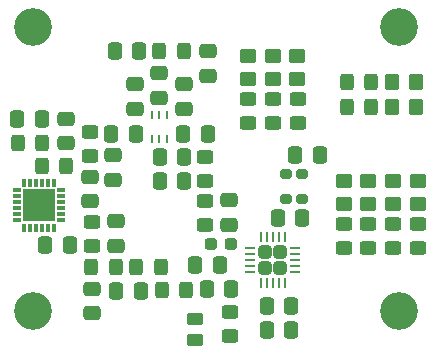
<source format=gtp>
%TF.GenerationSoftware,KiCad,Pcbnew,8.0.8*%
%TF.CreationDate,2025-02-12T15:02:29-05:00*%
%TF.ProjectId,high-power-module,68696768-2d70-46f7-9765-722d6d6f6475,rev?*%
%TF.SameCoordinates,Original*%
%TF.FileFunction,Paste,Top*%
%TF.FilePolarity,Positive*%
%FSLAX46Y46*%
G04 Gerber Fmt 4.6, Leading zero omitted, Abs format (unit mm)*
G04 Created by KiCad (PCBNEW 8.0.8) date 2025-02-12 15:02:29*
%MOMM*%
%LPD*%
G01*
G04 APERTURE LIST*
G04 Aperture macros list*
%AMRoundRect*
0 Rectangle with rounded corners*
0 $1 Rounding radius*
0 $2 $3 $4 $5 $6 $7 $8 $9 X,Y pos of 4 corners*
0 Add a 4 corners polygon primitive as box body*
4,1,4,$2,$3,$4,$5,$6,$7,$8,$9,$2,$3,0*
0 Add four circle primitives for the rounded corners*
1,1,$1+$1,$2,$3*
1,1,$1+$1,$4,$5*
1,1,$1+$1,$6,$7*
1,1,$1+$1,$8,$9*
0 Add four rect primitives between the rounded corners*
20,1,$1+$1,$2,$3,$4,$5,0*
20,1,$1+$1,$4,$5,$6,$7,0*
20,1,$1+$1,$6,$7,$8,$9,0*
20,1,$1+$1,$8,$9,$2,$3,0*%
G04 Aperture macros list end*
%ADD10RoundRect,0.250000X-0.325000X-0.450000X0.325000X-0.450000X0.325000X0.450000X-0.325000X0.450000X0*%
%ADD11RoundRect,0.250000X-0.450000X0.325000X-0.450000X-0.325000X0.450000X-0.325000X0.450000X0.325000X0*%
%ADD12RoundRect,0.250000X0.337500X0.475000X-0.337500X0.475000X-0.337500X-0.475000X0.337500X-0.475000X0*%
%ADD13RoundRect,0.250000X0.475000X-0.337500X0.475000X0.337500X-0.475000X0.337500X-0.475000X-0.337500X0*%
%ADD14RoundRect,0.250000X0.325000X0.450000X-0.325000X0.450000X-0.325000X-0.450000X0.325000X-0.450000X0*%
%ADD15RoundRect,0.250000X-0.475000X0.337500X-0.475000X-0.337500X0.475000X-0.337500X0.475000X0.337500X0*%
%ADD16RoundRect,0.250000X0.450000X-0.350000X0.450000X0.350000X-0.450000X0.350000X-0.450000X-0.350000X0*%
%ADD17RoundRect,0.250000X-0.337500X-0.475000X0.337500X-0.475000X0.337500X0.475000X-0.337500X0.475000X0*%
%ADD18RoundRect,0.250000X-0.450000X0.262500X-0.450000X-0.262500X0.450000X-0.262500X0.450000X0.262500X0*%
%ADD19RoundRect,0.250000X-0.350000X-0.450000X0.350000X-0.450000X0.350000X0.450000X-0.350000X0.450000X0*%
%ADD20RoundRect,0.237500X-0.287500X-0.237500X0.287500X-0.237500X0.287500X0.237500X-0.287500X0.237500X0*%
%ADD21RoundRect,0.250000X0.450000X-0.325000X0.450000X0.325000X-0.450000X0.325000X-0.450000X-0.325000X0*%
%ADD22RoundRect,0.200000X-0.300000X0.200000X-0.300000X-0.200000X0.300000X-0.200000X0.300000X0.200000X0*%
%ADD23C,3.200000*%
%ADD24RoundRect,0.062500X0.062500X-0.262500X0.062500X0.262500X-0.062500X0.262500X-0.062500X-0.262500X0*%
%ADD25O,0.380000X0.700000*%
%ADD26O,0.700000X0.380000*%
%ADD27R,2.700000X2.700000*%
%ADD28RoundRect,0.250000X-0.315000X-0.315000X0.315000X-0.315000X0.315000X0.315000X-0.315000X0.315000X0*%
%ADD29RoundRect,0.062500X-0.362500X-0.062500X0.362500X-0.062500X0.362500X0.062500X-0.362500X0.062500X0*%
%ADD30RoundRect,0.062500X-0.062500X-0.362500X0.062500X-0.362500X0.062500X0.362500X-0.062500X0.362500X0*%
G04 APERTURE END LIST*
D10*
%TO.C,L3*%
X128650000Y-85200000D03*
X130700000Y-85200000D03*
%TD*%
D11*
%TO.C,CS1*%
X154200000Y-90150000D03*
X154200000Y-92200000D03*
%TD*%
D12*
%TO.C,CM6*%
X140700000Y-86500000D03*
X138625000Y-86500000D03*
%TD*%
D11*
%TO.C,GPIO3*%
X148200000Y-79575000D03*
X148200000Y-81625000D03*
%TD*%
D13*
%TO.C,CM4*%
X134900000Y-92000000D03*
X134900000Y-89925000D03*
%TD*%
D14*
%TO.C,LM2*%
X134900000Y-93800000D03*
X132850000Y-93800000D03*
%TD*%
D15*
%TO.C,C8*%
X136500000Y-78325000D03*
X136500000Y-80400000D03*
%TD*%
D11*
%TO.C,SDN1*%
X146100000Y-79575000D03*
X146100000Y-81625000D03*
%TD*%
D16*
%TO.C,R6*%
X150250000Y-77900000D03*
X150250000Y-75900000D03*
%TD*%
D14*
%TO.C,3V3*%
X156525000Y-80200000D03*
X154475000Y-80200000D03*
%TD*%
%TO.C,LM4*%
X138700000Y-93800000D03*
X136650000Y-93800000D03*
%TD*%
D11*
%TO.C,GPIO1*%
X158400000Y-90150000D03*
X158400000Y-92200000D03*
%TD*%
D17*
%TO.C,CB3*%
X148625000Y-89600000D03*
X150700000Y-89600000D03*
%TD*%
D12*
%TO.C,CM3*%
X137037500Y-95800000D03*
X134962500Y-95800000D03*
%TD*%
D18*
%TO.C,R14*%
X141600000Y-98175000D03*
X141600000Y-100000000D03*
%TD*%
D19*
%TO.C,R12*%
X158300000Y-80200000D03*
X160300000Y-80200000D03*
%TD*%
D20*
%TO.C,LR1*%
X142950000Y-91800000D03*
X144700000Y-91800000D03*
%TD*%
D21*
%TO.C,LR2*%
X142500000Y-90200000D03*
X142500000Y-88150000D03*
%TD*%
D15*
%TO.C,CM5*%
X132900000Y-95600000D03*
X132900000Y-97675000D03*
%TD*%
D11*
%TO.C,IRQ1*%
X156300000Y-90150000D03*
X156300000Y-92200000D03*
%TD*%
D22*
%TO.C,TCXO1*%
X149300000Y-85900000D03*
X149300000Y-88000000D03*
X150700000Y-88000000D03*
X150700000Y-85900000D03*
%TD*%
D23*
%TO.C,H4*%
X127900000Y-97500000D03*
%TD*%
D16*
%TO.C,R10*%
X156300000Y-88475000D03*
X156300000Y-86475000D03*
%TD*%
D13*
%TO.C,CR2*%
X144500000Y-90200000D03*
X144500000Y-88125000D03*
%TD*%
D11*
%TO.C,GPIO2*%
X150300000Y-79575000D03*
X150300000Y-81625000D03*
%TD*%
D24*
%TO.C,RFS1*%
X137950000Y-82900000D03*
X138600000Y-82900000D03*
X139250000Y-82900000D03*
X139250000Y-80900000D03*
X138600000Y-80900000D03*
X137950000Y-80900000D03*
%TD*%
D12*
%TO.C,CM1*%
X136900000Y-75500000D03*
X134825000Y-75500000D03*
%TD*%
D23*
%TO.C,H1*%
X127900000Y-73500000D03*
%TD*%
D17*
%TO.C,CD1*%
X150125000Y-84300000D03*
X152200000Y-84300000D03*
%TD*%
D13*
%TO.C,C9*%
X140700000Y-80400000D03*
X140700000Y-78325000D03*
%TD*%
D16*
%TO.C,R5*%
X148200000Y-77900000D03*
X148200000Y-75900000D03*
%TD*%
%TO.C,R9*%
X154200000Y-88475000D03*
X154200000Y-86475000D03*
%TD*%
D12*
%TO.C,CM7*%
X140700000Y-84500000D03*
X138625000Y-84500000D03*
%TD*%
D14*
%TO.C,L0*%
X140850000Y-95700000D03*
X138800000Y-95700000D03*
%TD*%
D25*
%TO.C,PA1*%
X127160000Y-90440000D03*
X127660000Y-90440000D03*
X128160000Y-90440000D03*
X128660000Y-90440000D03*
X129160000Y-90440000D03*
X129660000Y-90440000D03*
D26*
X130300000Y-89800000D03*
X130300000Y-89300000D03*
X130300000Y-88800000D03*
X130300000Y-88300000D03*
X130300000Y-87800000D03*
X130300000Y-87300000D03*
D25*
X129660000Y-86660000D03*
X129160000Y-86660000D03*
X128660000Y-86660000D03*
X128160000Y-86660000D03*
X127660000Y-86660000D03*
X127160000Y-86660000D03*
D26*
X126520000Y-87300000D03*
X126520000Y-87800000D03*
X126520000Y-88300000D03*
X126520000Y-88800000D03*
X126520000Y-89300000D03*
X126520000Y-89800000D03*
D27*
X128410000Y-88550000D03*
%TD*%
D11*
%TO.C,GPIO0*%
X160500000Y-90150000D03*
X160500000Y-92200000D03*
%TD*%
D17*
%TO.C,C2*%
X128925000Y-91900000D03*
X131000000Y-91900000D03*
%TD*%
D15*
%TO.C,CM2*%
X142700000Y-75500000D03*
X142700000Y-77575000D03*
%TD*%
D13*
%TO.C,CB4*%
X138600000Y-79437500D03*
X138600000Y-77362500D03*
%TD*%
D17*
%TO.C,CD3*%
X147700000Y-99100000D03*
X149775000Y-99100000D03*
%TD*%
%TO.C,C5*%
X126575000Y-81250000D03*
X128650000Y-81250000D03*
%TD*%
%TO.C,CD2*%
X147700000Y-97100000D03*
X149775000Y-97100000D03*
%TD*%
D16*
%TO.C,R11*%
X146100000Y-77900000D03*
X146100000Y-75900000D03*
%TD*%
D14*
%TO.C,5V1*%
X156525000Y-78100000D03*
X154475000Y-78100000D03*
%TD*%
D17*
%TO.C,CR1*%
X141625000Y-93600000D03*
X143700000Y-93600000D03*
%TD*%
D13*
%TO.C,C6*%
X132700000Y-88200000D03*
X132700000Y-86125000D03*
%TD*%
D21*
%TO.C,LM6*%
X132700000Y-84400000D03*
X132700000Y-82350000D03*
%TD*%
D12*
%TO.C,CB1*%
X136600000Y-82500000D03*
X134525000Y-82500000D03*
%TD*%
D28*
%TO.C,U1*%
X147550000Y-92525000D03*
X147550000Y-93825000D03*
X148850000Y-92525000D03*
X148850000Y-93825000D03*
D29*
X146275000Y-92175000D03*
X146275000Y-92675000D03*
X146275000Y-93175000D03*
X146275000Y-93675000D03*
X146275000Y-94175000D03*
D30*
X147200000Y-95100000D03*
X147700000Y-95100000D03*
X148200000Y-95100000D03*
X148700000Y-95100000D03*
X149200000Y-95100000D03*
D29*
X150125000Y-94175000D03*
X150125000Y-93675000D03*
X150125000Y-93175000D03*
X150125000Y-92675000D03*
X150125000Y-92175000D03*
D30*
X149200000Y-91250000D03*
X148700000Y-91250000D03*
X148200000Y-91250000D03*
X147700000Y-91250000D03*
X147200000Y-91250000D03*
%TD*%
D23*
%TO.C,H2*%
X158900000Y-73500000D03*
%TD*%
%TO.C,H3*%
X158900000Y-97500000D03*
%TD*%
D11*
%TO.C,L1*%
X132900000Y-89950000D03*
X132900000Y-92000000D03*
%TD*%
D12*
%TO.C,C0*%
X144700000Y-95600000D03*
X142625000Y-95600000D03*
%TD*%
%TO.C,CB2*%
X142700000Y-82500000D03*
X140625000Y-82500000D03*
%TD*%
D16*
%TO.C,R8*%
X160500000Y-88475000D03*
X160500000Y-86475000D03*
%TD*%
D10*
%TO.C,L2*%
X126600000Y-83250000D03*
X128650000Y-83250000D03*
%TD*%
D21*
%TO.C,LM5*%
X142500000Y-86500000D03*
X142500000Y-84450000D03*
%TD*%
D19*
%TO.C,R4*%
X158300000Y-78100000D03*
X160300000Y-78100000D03*
%TD*%
D16*
%TO.C,R7*%
X158400000Y-88475000D03*
X158400000Y-86475000D03*
%TD*%
D21*
%TO.C,LChoke1*%
X144600000Y-99600000D03*
X144600000Y-97550000D03*
%TD*%
D10*
%TO.C,LM1*%
X138600000Y-75500000D03*
X140650000Y-75500000D03*
%TD*%
D13*
%TO.C,CM8*%
X130700000Y-83300000D03*
X130700000Y-81225000D03*
%TD*%
D15*
%TO.C,CM9*%
X134700000Y-84325000D03*
X134700000Y-86400000D03*
%TD*%
M02*

</source>
